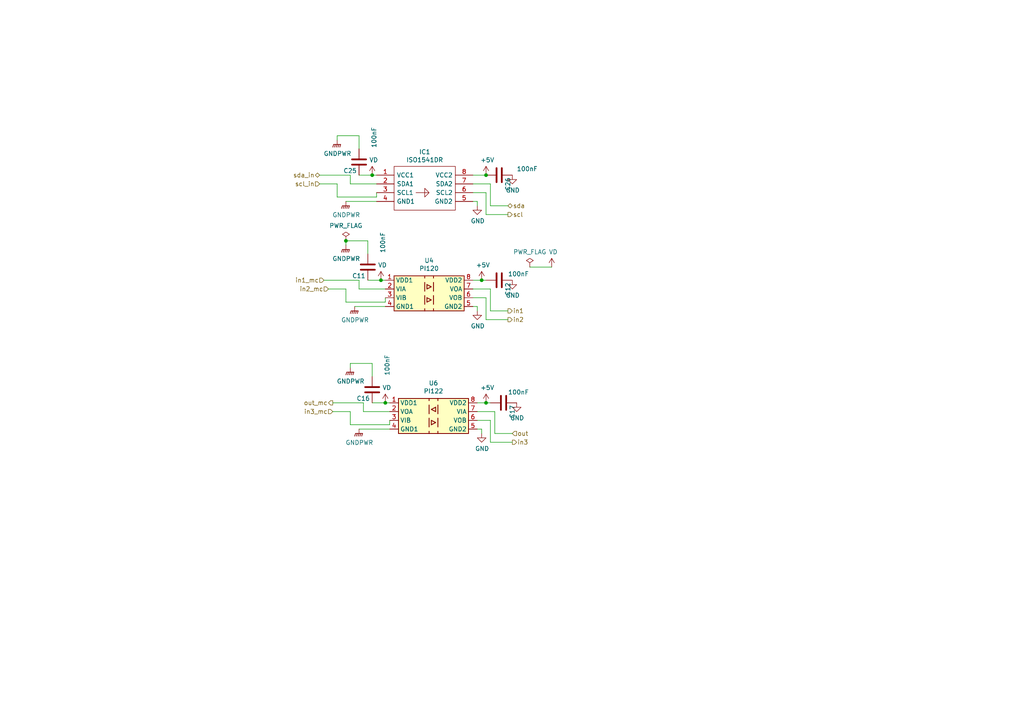
<source format=kicad_sch>
(kicad_sch (version 20211123) (generator eeschema)
  (paper "A4")
  (lib_symbols
    (symbol "DAC_pockel-rescue:ISO1541DR-0my_intf" (pin_names (offset 0.762))
      (property "Reference" "IC" (at 24.13 7.62 0))
      (property "Value" "ISO1541DR-0my_intf" (at 24.13 5.08 0))
      (symbol "ISO1541DR-0my_intf_0_0"
        (pin power_in line (at 0 0 0) (length 5.08) (name "VCC1") (number "1"))
        (pin bidirectional line (at 0 -2.54 0) (length 5.08) (name "SDA1") (number "2"))
        (pin bidirectional line (at 0 -5.08 0) (length 5.08) (name "SCL1") (number "3"))
        (pin power_in line (at 0 -7.62 0) (length 5.08) (name "GND1") (number "4"))
        (pin power_in line (at 27.94 -7.62 180) (length 5.08) (name "GND2") (number "5"))
        (pin bidirectional line (at 27.94 -5.08 180) (length 5.08) (name "SCL2") (number "6"))
        (pin bidirectional line (at 27.94 -2.54 180) (length 5.08) (name "SDA2") (number "7"))
        (pin power_in line (at 27.94 0 180) (length 5.08) (name "VCC2") (number "8"))
      )
      (symbol "ISO1541DR-0my_intf_0_1"
        (polyline (pts (xy 5.08 2.54) (xy 22.86 2.54) (xy 22.86 -10.16) (xy 5.08 -10.16) (xy 5.08 2.54)) (stroke (width 0.1524)))
        (polyline (pts (xy 11.43 -5.08) (xy 15.24 -5.08) (xy 13.97 -3.81) (xy 13.97 -6.35) (xy 15.24 -5.08)))
      )
    )
    (symbol "DAC_pockel-rescue:PI120-0JLC"
      (property "Reference" "U" (at -8.89 6.35 0))
      (property "Value" "PI120-0JLC" (at 1.27 6.35 0))
      (symbol "PI120-0JLC_0_1"
        (rectangle (start -10.16 5.08) (end 10.16 -5.08) (stroke (width 0.254)) (fill (type background)))
        (polyline (pts (xy -1.27 -4.445) (xy -1.27 -5.08)) (stroke (width 0.254)))
        (polyline (pts (xy -1.27 -0.635) (xy -1.27 -3.175)) (stroke (width 0.254)))
        (polyline (pts (xy -1.27 3.175) (xy -1.27 0.635)) (stroke (width 0.254)))
        (polyline (pts (xy -1.27 5.08) (xy -1.27 4.445)) (stroke (width 0.254)))
        (polyline (pts (xy 1.27 -4.445) (xy 1.27 -5.08)) (stroke (width 0.254)))
        (polyline (pts (xy 1.27 -0.635) (xy 1.27 -3.175)) (stroke (width 0.254)))
        (polyline (pts (xy 1.27 3.175) (xy 1.27 0.635)) (stroke (width 0.254)))
        (polyline (pts (xy 1.27 5.08) (xy 1.27 4.445)) (stroke (width 0.254)))
        (polyline (pts (xy -0.635 2.54) (xy 0.635 1.905) (xy -0.635 1.27) (xy -0.635 2.54)) (stroke (width 0.254)))
      )
      (symbol "PI120-0JLC_1_1"
        (polyline (pts (xy -0.635 -1.27) (xy 0.635 -1.905) (xy -0.635 -2.54) (xy -0.635 -1.27)) (stroke (width 0.254)))
        (pin power_in line (at -12.7 3.81 0) (length 2.54) (name "VDD1") (number "1"))
        (pin input line (at -12.7 1.27 0) (length 2.54) (name "VIA") (number "2"))
        (pin input line (at -12.7 -1.27 0) (length 2.54) (name "VIB") (number "3"))
        (pin power_in line (at -12.7 -3.81 0) (length 2.54) (name "GND1") (number "4"))
        (pin power_in line (at 12.7 -3.81 180) (length 2.54) (name "GND2") (number "5"))
        (pin output line (at 12.7 -1.27 180) (length 2.54) (name "VOB") (number "6"))
        (pin output line (at 12.7 1.27 180) (length 2.54) (name "VOA") (number "7"))
        (pin power_in line (at 12.7 3.81 180) (length 2.54) (name "VDD2") (number "8"))
      )
    )
    (symbol "DAC_pockel-rescue:PI122-0JLC"
      (property "Reference" "U" (at -8.89 6.35 0))
      (property "Value" "PI122-0JLC" (at 1.27 6.35 0))
      (symbol "PI122-0JLC_0_1"
        (rectangle (start -10.16 5.08) (end 10.16 -5.08) (stroke (width 0.254)) (fill (type background)))
        (polyline (pts (xy -1.27 -4.445) (xy -1.27 -5.08)) (stroke (width 0.254)))
        (polyline (pts (xy -1.27 -3.175) (xy -1.27 -0.635)) (stroke (width 0.254)))
        (polyline (pts (xy -1.27 0.635) (xy -1.27 3.175)) (stroke (width 0.254)))
        (polyline (pts (xy -1.27 5.08) (xy -1.27 4.445)) (stroke (width 0.254)))
        (polyline (pts (xy 1.27 -4.445) (xy 1.27 -5.08)) (stroke (width 0.254)))
        (polyline (pts (xy 1.27 -3.175) (xy 1.27 -0.635)) (stroke (width 0.254)))
        (polyline (pts (xy 1.27 0.635) (xy 1.27 3.175)) (stroke (width 0.254)))
        (polyline (pts (xy 1.27 5.08) (xy 1.27 4.445)) (stroke (width 0.254)))
      )
      (symbol "PI122-0JLC_1_1"
        (polyline (pts (xy -0.635 -2.54) (xy -0.635 -1.27) (xy 0.635 -1.905) (xy -0.635 -2.54)) (stroke (width 0.254)))
        (polyline (pts (xy 0.635 2.54) (xy -0.635 1.905) (xy 0.635 1.27) (xy 0.635 2.54)) (stroke (width 0.254)))
        (pin power_in line (at -12.7 3.81 0) (length 2.54) (name "VDD1") (number "1"))
        (pin input line (at -12.7 1.27 0) (length 2.54) (name "VOA") (number "2"))
        (pin output line (at -12.7 -1.27 0) (length 2.54) (name "VIB") (number "3"))
        (pin power_in line (at -12.7 -3.81 0) (length 2.54) (name "GND1") (number "4"))
        (pin power_in line (at 12.7 -3.81 180) (length 2.54) (name "GND2") (number "5"))
        (pin input line (at 12.7 -1.27 180) (length 2.54) (name "VOB") (number "6"))
        (pin output line (at 12.7 1.27 180) (length 2.54) (name "VIA") (number "7"))
        (pin power_in line (at 12.7 3.81 180) (length 2.54) (name "VDD2") (number "8"))
      )
    )
    (symbol "Device:C" (pin_numbers hide) (pin_names (offset 0.254))
      (property "Reference" "C" (at 0.635 2.54 0))
      (property "Value" "C" (at 0.635 -2.54 0))
      (symbol "C_0_1"
        (polyline (pts (xy -2.032 -0.762) (xy 2.032 -0.762)) (stroke (width 0.508)))
        (polyline (pts (xy -2.032 0.762) (xy 2.032 0.762)) (stroke (width 0.508)))
      )
      (symbol "C_1_1"
        (pin passive line (at 0 3.81 270) (length 2.794) (name "~") (number "1"))
        (pin passive line (at 0 -3.81 90) (length 2.794) (name "~") (number "2"))
      )
    )
    (symbol "power:+5V" (power) (pin_names (offset 0))
      (property "Value" "+5V" (at 0 3.556 0))
      (symbol "+5V_0_1"
        (polyline (pts (xy -0.762 1.27) (xy 0 2.54)))
        (polyline (pts (xy 0 0) (xy 0 2.54)))
        (polyline (pts (xy 0 2.54) (xy 0.762 1.27)))
      )
      (symbol "+5V_1_1"
        (pin power_in line (at 0 0 90) (length 0) hide (name "+5V") (number "1"))
      )
    )
    (symbol "power:GND" (power) (pin_names (offset 0))
      (property "Value" "GND" (at 0 -3.81 0))
      (symbol "GND_0_1"
        (polyline (pts (xy 0 0) (xy 0 -1.27) (xy 1.27 -1.27) (xy 0 -2.54) (xy -1.27 -1.27) (xy 0 -1.27)))
      )
      (symbol "GND_1_1"
        (pin power_in line (at 0 0 270) (length 0) hide (name "GND") (number "1"))
      )
    )
    (symbol "power:GNDPWR" (power) (pin_names (offset 0))
      (property "Value" "GNDPWR" (at 0 -3.302 0))
      (symbol "GNDPWR_0_1"
        (polyline (pts (xy 0 -1.27) (xy 0 0)))
        (polyline (pts (xy -1.016 -1.27) (xy -1.27 -2.032) (xy -1.27 -2.032)) (stroke (width 0.2032)))
        (polyline (pts (xy -0.508 -1.27) (xy -0.762 -2.032) (xy -0.762 -2.032)) (stroke (width 0.2032)))
        (polyline (pts (xy 0 -1.27) (xy -0.254 -2.032) (xy -0.254 -2.032)) (stroke (width 0.2032)))
        (polyline (pts (xy 0.508 -1.27) (xy 0.254 -2.032) (xy 0.254 -2.032)) (stroke (width 0.2032)))
        (polyline (pts (xy 1.016 -1.27) (xy -1.016 -1.27) (xy -1.016 -1.27)) (stroke (width 0.2032)))
        (polyline (pts (xy 1.016 -1.27) (xy 0.762 -2.032) (xy 0.762 -2.032) (xy 0.762 -2.032)) (stroke (width 0.2032)))
      )
      (symbol "GNDPWR_1_1"
        (pin power_in line (at 0 0 270) (length 0) hide (name "GNDPWR") (number "1"))
      )
    )
    (symbol "power:PWR_FLAG" (power) (pin_numbers hide) (pin_names (offset 0) hide)
      (property "Value" "PWR_FLAG" (at 0 3.81 0))
      (symbol "PWR_FLAG_0_0"
        (pin power_out line (at 0 0 90) (length 0) (name "pwr") (number "1"))
      )
      (symbol "PWR_FLAG_0_1"
        (polyline (pts (xy 0 0) (xy 0 1.27) (xy -1.016 1.905) (xy 0 2.54) (xy 1.016 1.905) (xy 0 1.27)))
      )
    )
    (symbol "power:VD" (power) (pin_names (offset 0))
      (property "Value" "VD" (at 0 3.81 0))
      (symbol "VD_0_1"
        (polyline (pts (xy -0.762 1.27) (xy 0 2.54)))
        (polyline (pts (xy 0 0) (xy 0 2.54)))
        (polyline (pts (xy 0 2.54) (xy 0.762 1.27)))
      )
      (symbol "VD_1_1"
        (pin power_in line (at 0 0 90) (length 0) hide (name "VD") (number "1"))
      )
    )
  )
  (junction (at 111.76 116.84))
  (junction (at 139.7 81.28))
  (junction (at 110.49 81.28))
  (junction (at 100.33 69.85))
  (junction (at 140.97 116.84))
  (junction (at 107.95 50.8))
  (junction (at 140.97 50.8))
  (wire (pts (xy 160.02 77.47) (xy 153.67 77.47)))
  (wire (pts (xy 107.95 105.41) (xy 107.95 109.22)))
  (wire (pts (xy 138.43 121.92) (xy 142.24 121.92)))
  (wire (pts (xy 101.6 123.19) (xy 113.03 123.19)))
  (wire (pts (xy 96.52 119.38) (xy 101.6 119.38)))
  (wire (pts (xy 97.79 57.15) (xy 109.22 57.15)))
  (wire (pts (xy 138.43 90.17) (xy 138.43 88.9)))
  (wire (pts (xy 142.24 59.69) (xy 142.24 53.34)))
  (wire (pts (xy 137.16 86.36) (xy 140.97 86.36)))
  (wire (pts (xy 147.32 59.69) (xy 142.24 59.69)))
  (wire (pts (xy 137.16 55.88) (xy 140.97 55.88)))
  (wire (pts (xy 140.97 92.71) (xy 147.32 92.71)))
  (wire (pts (xy 100.33 83.82) (xy 100.33 87.63)))
  (wire (pts (xy 142.24 90.17) (xy 142.24 83.82)))
  (wire (pts (xy 107.95 116.84) (xy 111.76 116.84)))
  (wire (pts (xy 104.14 81.28) (xy 104.14 83.82)))
  (wire (pts (xy 105.41 116.84) (xy 105.41 119.38)))
  (wire (pts (xy 140.97 116.84) (xy 142.24 116.84)))
  (wire (pts (xy 106.68 69.85) (xy 106.68 73.66)))
  (wire (pts (xy 109.22 57.15) (xy 109.22 55.88)))
  (wire (pts (xy 100.33 69.85) (xy 100.33 71.12)))
  (wire (pts (xy 142.24 83.82) (xy 137.16 83.82)))
  (wire (pts (xy 111.76 87.63) (xy 111.76 86.36)))
  (wire (pts (xy 101.6 105.41) (xy 101.6 106.68)))
  (wire (pts (xy 138.43 59.69) (xy 138.43 58.42)))
  (wire (pts (xy 104.14 50.8) (xy 107.95 50.8)))
  (wire (pts (xy 143.51 125.73) (xy 143.51 119.38)))
  (wire (pts (xy 100.33 69.85) (xy 106.68 69.85)))
  (wire (pts (xy 142.24 121.92) (xy 142.24 128.27)))
  (wire (pts (xy 137.16 81.28) (xy 139.7 81.28)))
  (wire (pts (xy 143.51 119.38) (xy 138.43 119.38)))
  (wire (pts (xy 142.24 128.27) (xy 148.59 128.27)))
  (wire (pts (xy 138.43 88.9) (xy 137.16 88.9)))
  (wire (pts (xy 139.7 81.28) (xy 140.97 81.28)))
  (wire (pts (xy 140.97 62.23) (xy 147.32 62.23)))
  (wire (pts (xy 104.14 83.82) (xy 111.76 83.82)))
  (wire (pts (xy 139.7 125.73) (xy 139.7 124.46)))
  (wire (pts (xy 106.68 81.28) (xy 110.49 81.28)))
  (wire (pts (xy 101.6 105.41) (xy 107.95 105.41)))
  (wire (pts (xy 138.43 116.84) (xy 140.97 116.84)))
  (wire (pts (xy 140.97 55.88) (xy 140.97 62.23)))
  (wire (pts (xy 95.25 83.82) (xy 100.33 83.82)))
  (wire (pts (xy 139.7 124.46) (xy 138.43 124.46)))
  (wire (pts (xy 138.43 58.42) (xy 137.16 58.42)))
  (wire (pts (xy 104.14 124.46) (xy 113.03 124.46)))
  (wire (pts (xy 102.87 88.9) (xy 111.76 88.9)))
  (wire (pts (xy 137.16 50.8) (xy 140.97 50.8)))
  (wire (pts (xy 101.6 53.34) (xy 109.22 53.34)))
  (wire (pts (xy 100.33 87.63) (xy 111.76 87.63)))
  (wire (pts (xy 140.97 86.36) (xy 140.97 92.71)))
  (wire (pts (xy 110.49 81.28) (xy 111.76 81.28)))
  (wire (pts (xy 97.79 39.37) (xy 104.14 39.37)))
  (wire (pts (xy 101.6 50.8) (xy 101.6 53.34)))
  (wire (pts (xy 97.79 53.34) (xy 97.79 57.15)))
  (wire (pts (xy 105.41 119.38) (xy 113.03 119.38)))
  (wire (pts (xy 113.03 123.19) (xy 113.03 121.92)))
  (wire (pts (xy 92.71 53.34) (xy 97.79 53.34)))
  (wire (pts (xy 92.71 50.8) (xy 101.6 50.8)))
  (wire (pts (xy 148.59 125.73) (xy 143.51 125.73)))
  (wire (pts (xy 100.33 58.42) (xy 109.22 58.42)))
  (wire (pts (xy 93.98 81.28) (xy 104.14 81.28)))
  (wire (pts (xy 97.79 39.37) (xy 97.79 40.64)))
  (wire (pts (xy 142.24 53.34) (xy 137.16 53.34)))
  (wire (pts (xy 111.76 116.84) (xy 113.03 116.84)))
  (wire (pts (xy 104.14 39.37) (xy 104.14 43.18)))
  (wire (pts (xy 107.95 50.8) (xy 109.22 50.8)))
  (wire (pts (xy 147.32 90.17) (xy 142.24 90.17)))
  (wire (pts (xy 101.6 119.38) (xy 101.6 123.19)))
  (wire (pts (xy 96.52 116.84) (xy 105.41 116.84)))
  (hierarchical_label "sda_in" (shape bidirectional) (at 92.71 50.8 180))
  (hierarchical_label "in3_mc" (shape input) (at 96.52 119.38 180))
  (hierarchical_label "out_mc" (shape output) (at 96.52 116.84 180))
  (hierarchical_label "out" (shape input) (at 148.59 125.73 0))
  (hierarchical_label "in1_mc" (shape input) (at 93.98 81.28 180))
  (hierarchical_label "scl_in" (shape input) (at 92.71 53.34 180))
  (hierarchical_label "sda" (shape bidirectional) (at 147.32 59.69 0))
  (hierarchical_label "in2" (shape output) (at 147.32 92.71 0))
  (hierarchical_label "scl" (shape output) (at 147.32 62.23 0))
  (hierarchical_label "in2_mc" (shape input) (at 95.25 83.82 180))
  (hierarchical_label "in3" (shape output) (at 148.59 128.27 0))
  (hierarchical_label "in1" (shape output) (at 147.32 90.17 0))
  (symbol (lib_id "power:GNDPWR") (at 100.33 58.42 0) (unit 1)
    (property "Reference" "#PWR0110" (effects hide))
    (property "Value" "GNDPWR" (at 100.4316 62.3316 0))
  )
  (symbol (lib_id "power:VD") (at 160.02 77.47 0) (unit 1)
    (property "Reference" "#PWR0112" (effects hide))
    (property "Value" "VD" (at 160.4518 73.0758 0))
  )
  (symbol (lib_id "power:VD") (at 107.95 50.8 0) (unit 1)
    (property "Reference" "#PWR0113" (effects hide))
    (property "Value" "VD" (at 108.3818 46.4058 0))
  )
  (symbol (lib_id "power:GND") (at 138.43 59.69 0) (unit 1)
    (property "Reference" "#PWR0115" (effects hide))
    (property "Value" "GND" (at 138.557 64.0842 0))
  )
  (symbol (lib_id "Device:C") (at 144.78 50.8 270) (unit 1)
    (property "Reference" "C26" (at 147.32 51.435 0) (effects (justify left)))
    (property "Value" "100nF" (at 149.86 48.26 90) (effects (justify left top)))
    (property "Footprint" "Capacitor_SMD:C_0603_1608Metric_Pad1.05x0.95mm_HandSolder" (effects hide))
    (property "Datasheet" "CC0603KRX7R9BB104" (effects hide))
    (property "MFR" "Samsung" (effects hide))
    (property "MPN" "CC0603KRX7R9BB104" (effects hide))
    (property "SPURL" "-" (effects hide))
    (property "LCSC" "C14663" (effects hide))
  )
  (symbol (lib_id "power:GND") (at 148.59 50.8 0) (unit 1)
    (property "Reference" "#PWR0117" (effects hide))
    (property "Value" "GND" (at 148.717 55.1942 0))
  )
  (symbol (lib_id "Device:C") (at 104.14 46.99 180) (unit 1)
    (property "Reference" "C25" (at 103.505 49.53 0) (effects (justify left)))
    (property "Value" "100nF" (at 109.22 36.83 90) (effects (justify left top)))
    (property "Footprint" "Capacitor_SMD:C_0603_1608Metric_Pad1.05x0.95mm_HandSolder" (effects hide))
    (property "Datasheet" "CC0603KRX7R9BB104" (effects hide))
    (property "MFR" "Samsung" (effects hide))
    (property "MPN" "CC0603KRX7R9BB104" (effects hide))
    (property "SPURL" "-" (effects hide))
    (property "LCSC" "C14663" (effects hide))
  )
  (symbol (lib_id "power:PWR_FLAG") (at 153.67 77.47 0) (unit 1)
    (property "Reference" "#FLG0103" (effects hide))
    (property "Value" "PWR_FLAG" (at 153.67 73.0758 0))
  )
  (symbol (lib_id "power:GNDPWR") (at 97.79 40.64 0) (unit 1)
    (property "Reference" "#PWR0101" (effects hide))
    (property "Value" "GNDPWR" (at 97.8916 44.5516 0))
  )
  (symbol (lib_id "power:GNDPWR") (at 102.87 88.9 0) (unit 1)
    (property "Reference" "#PWR0102" (effects hide))
    (property "Value" "GNDPWR" (at 102.9716 92.8116 0))
  )
  (symbol (lib_id "power:VD") (at 110.49 81.28 0) (unit 1)
    (property "Reference" "#PWR0103" (effects hide))
    (property "Value" "VD" (at 110.9218 76.8858 0))
  )
  (symbol (lib_id "power:GND") (at 138.43 90.17 0) (unit 1)
    (property "Reference" "#PWR0104" (effects hide))
    (property "Value" "GND" (at 138.557 94.5642 0))
  )
  (symbol (lib_id "Device:C") (at 144.78 81.28 270) (unit 1)
    (property "Reference" "C12" (at 147.32 81.915 0) (effects (justify left)))
    (property "Value" "100nF" (at 147.32 78.74 90) (effects (justify left top)))
    (property "Footprint" "Capacitor_SMD:C_0603_1608Metric_Pad1.05x0.95mm_HandSolder" (effects hide))
    (property "Datasheet" "CC0603KRX7R9BB104" (effects hide))
    (property "MFR" "Samsung" (effects hide))
    (property "MPN" "CC0603KRX7R9BB104" (effects hide))
    (property "SPURL" "-" (effects hide))
    (property "LCSC" "C14663" (effects hide))
  )
  (symbol (lib_id "Device:C") (at 106.68 77.47 180) (unit 1)
    (property "Reference" "C11" (at 106.045 80.01 0) (effects (justify left)))
    (property "Value" "100nF" (at 111.76 67.31 90) (effects (justify left top)))
    (property "Footprint" "Capacitor_SMD:C_0603_1608Metric_Pad1.05x0.95mm_HandSolder" (effects hide))
    (property "Datasheet" "CC0603KRX7R9BB104" (effects hide))
    (property "MFR" "Samsung" (effects hide))
    (property "MPN" "CC0603KRX7R9BB104" (effects hide))
    (property "SPURL" "-" (effects hide))
    (property "LCSC" "C14663" (effects hide))
  )
  (symbol (lib_id "power:GNDPWR") (at 100.33 71.12 0) (unit 1)
    (property "Reference" "#PWR0106" (effects hide))
    (property "Value" "GNDPWR" (at 100.4316 75.0316 0))
  )
  (symbol (lib_id "power:PWR_FLAG") (at 100.33 69.85 0) (unit 1)
    (property "Reference" "#FLG0101" (effects hide))
    (property "Value" "PWR_FLAG" (at 100.33 65.4558 0))
  )
  (symbol (lib_id "power:GND") (at 148.59 81.28 0) (unit 1)
    (property "Reference" "#PWR0107" (effects hide))
    (property "Value" "GND" (at 148.717 85.6742 0))
  )
  (symbol (lib_id "power:GNDPWR") (at 104.14 124.46 0) (unit 1)
    (property "Reference" "#PWR0121" (effects hide))
    (property "Value" "GNDPWR" (at 104.2416 128.3716 0))
  )
  (symbol (lib_id "power:VD") (at 111.76 116.84 0) (unit 1)
    (property "Reference" "#PWR0122" (effects hide))
    (property "Value" "VD" (at 112.1918 112.4458 0))
  )
  (symbol (lib_id "power:GND") (at 139.7 125.73 0) (unit 1)
    (property "Reference" "#PWR0123" (effects hide))
    (property "Value" "GND" (at 139.827 130.1242 0))
  )
  (symbol (lib_id "Device:C") (at 146.05 116.84 270) (unit 1)
    (property "Reference" "C17" (at 148.59 117.475 0) (effects (justify left)))
    (property "Value" "100nF" (at 147.32 113.03 90) (effects (justify left top)))
    (property "Footprint" "Capacitor_SMD:C_0603_1608Metric_Pad1.05x0.95mm_HandSolder" (effects hide))
    (property "Datasheet" "CC0603KRX7R9BB104" (effects hide))
    (property "MFR" "Samsung" (effects hide))
    (property "MPN" "CC0603KRX7R9BB104" (effects hide))
    (property "SPURL" "-" (effects hide))
    (property "LCSC" "C14663" (effects hide))
  )
  (symbol (lib_id "power:GND") (at 149.86 116.84 0) (unit 1)
    (property "Reference" "#PWR0124" (effects hide))
    (property "Value" "GND" (at 149.987 121.2342 0))
  )
  (symbol (lib_id "Device:C") (at 107.95 113.03 180) (unit 1)
    (property "Reference" "C16" (at 107.315 115.57 0) (effects (justify left)))
    (property "Value" "100nF" (at 113.03 102.87 90) (effects (justify left top)))
    (property "Footprint" "Capacitor_SMD:C_0603_1608Metric_Pad1.05x0.95mm_HandSolder" (effects hide))
    (property "Datasheet" "CC0603KRX7R9BB104" (effects hide))
    (property "MFR" "Samsung" (effects hide))
    (property "MPN" "CC0603KRX7R9BB104" (effects hide))
    (property "SPURL" "-" (effects hide))
    (property "LCSC" "C14663" (effects hide))
  )
  (symbol (lib_id "power:GNDPWR") (at 101.6 106.68 0) (unit 1)
    (property "Reference" "#PWR0125" (effects hide))
    (property "Value" "GNDPWR" (at 101.7016 110.5916 0))
  )
  (symbol (lib_id "DAC_pockel-rescue:PI122-0JLC") (at 125.73 120.65 0) (unit 1)
    (property "Reference" "U6" (at 125.73 111.125 0))
    (property "Value" "PI122" (at 125.73 113.4364 0))
    (property "Footprint" "Package_SO:SOIC-8_3.9x4.9mm_P1.27mm" (effects hide))
    (property "Datasheet" "https://datasheet.lcsc.com/lcsc/2001131822_2Pai-Semi-%CF%80121U31_C471589.pdf" (effects hide))
    (property "LCSC" "C471590" (effects hide))
    (property "MPN" "π122U31" (effects hide))
  )
  (symbol (lib_id "power:+5V") (at 140.97 50.8 0) (unit 1)
    (property "Reference" "#PWR0126" (effects hide))
    (property "Value" "+5V" (at 141.351 46.4058 0))
  )
  (symbol (lib_id "power:+5V") (at 139.7 81.28 0) (unit 1)
    (property "Reference" "#PWR0127" (effects hide))
    (property "Value" "+5V" (at 140.081 76.8858 0))
  )
  (symbol (lib_id "power:+5V") (at 140.97 116.84 0) (unit 1)
    (property "Reference" "#PWR0128" (effects hide))
    (property "Value" "+5V" (at 141.351 112.4458 0))
  )
  (symbol (lib_id "DAC_pockel-rescue:ISO1541DR-0my_intf") (at 109.22 50.8 0) (unit 1)
    (property "Reference" "IC1" (at 123.19 44.069 0))
    (property "Value" "ISO1541DR" (at 123.19 46.3804 0))
    (property "Footprint" "Package_SO:SOIC-8_3.9x4.9mm_P1.27mm" (effects hide))
    (property "Datasheet" "http://www.ti.com/lit/gpn/iso1541" (effects hide))
    (property "LCSC" "C143028" (effects hide))
    (property "MPN" "ISO1541DR" (effects hide))
  )
  (symbol (lib_id "DAC_pockel-rescue:PI120-0JLC") (at 124.46 85.09 0) (unit 1)
    (property "Reference" "U4" (at 124.46 75.565 0))
    (property "Value" "PI120" (at 124.46 77.8764 0))
    (property "Footprint" "Package_SO:SOIC-8_3.9x4.9mm_P1.27mm" (effects hide))
    (property "Datasheet" "https://datasheet.lcsc.com/lcsc/2001120703_2Pai-Semi-%CF%80120U30_C471591.pdf" (effects hide))
    (property "LCSC" "C471591" (effects hide))
    (property "MPN" "π120U30" (effects hide))
  )
)
</source>
